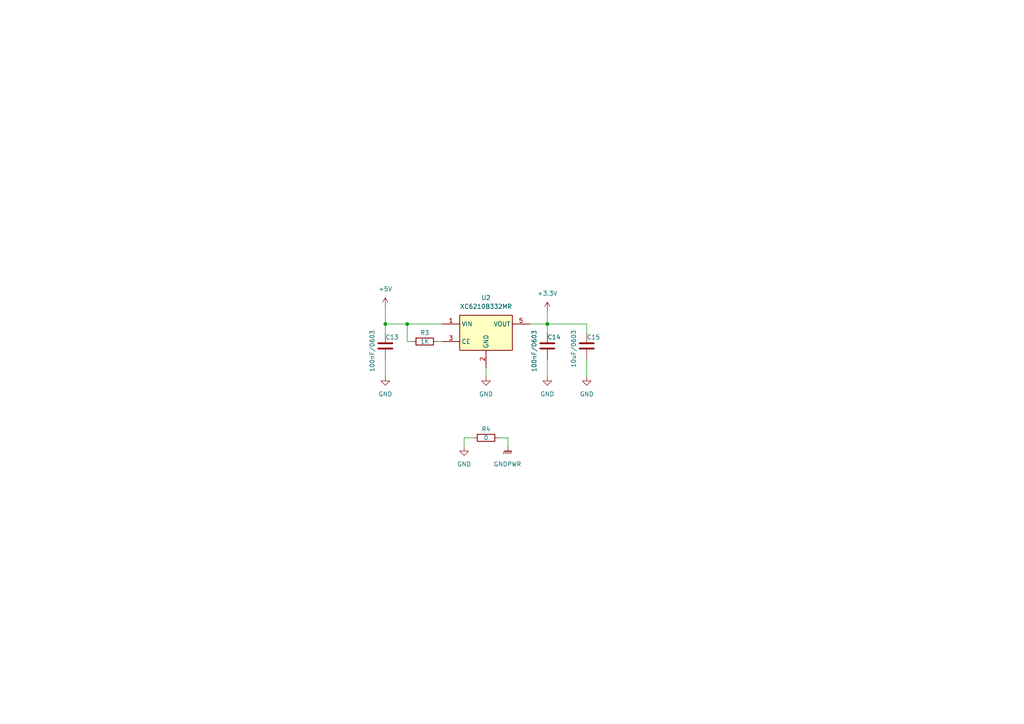
<source format=kicad_sch>
(kicad_sch (version 20250114) (generator "eeschema") (generator_version "9.0")
  (paper "A4")
  (lib_symbols
    (symbol "Device:C" (pin_numbers (hide yes)) (pin_names (offset 0.254))
      (property "Reference" "C" (at 0.635 2.54 0))
      (property "Value" "C" (at 0.635 -2.54 0))
      (symbol "C_0_1"
        (polyline (pts (xy -2.032 0.762) (xy 2.032 0.762)) (stroke (width 0.508)))
        (polyline (pts (xy -2.032 -0.762) (xy 2.032 -0.762)) (stroke (width 0.508)))
      )
      (symbol "C_1_1"
        (pin passive line (at 0 3.81 270) (length 2.794) (name "~") (number "1"))
        (pin passive line (at 0 -3.81 90) (length 2.794) (name "~") (number "2"))
      )
    )
    (symbol "Device:R" (pin_numbers (hide yes)) (pin_names (offset 0))
      (property "Reference" "R" (at 2.032 0 90))
      (property "Value" "R" (at 0 0 90))
      (symbol "R_0_1"
        (rectangle (start -1.016 -2.54) (end 1.016 2.54) (stroke (width 0.254)))
      )
      (symbol "R_1_1"
        (pin passive line (at 0 3.81 270) (length 1.27) (name "~") (number "1"))
        (pin passive line (at 0 -3.81 90) (length 1.27) (name "~") (number "2"))
      )
    )
    (symbol "Regulator_Linear:XC6210B332MR"
      (property "Reference" "U" (at 0 8.89 0))
      (property "Value" "XC6210B332MR" (at 0 6.35 0))
      (symbol "XC6210B332MR_0_1"
        (rectangle (start -7.62 5.08) (end 7.62 -5.08) (stroke (width 0.254)) (fill (type background)))
      )
      (symbol "XC6210B332MR_1_1"
        (pin power_in line (at -12.7 2.54 0) (length 5.08) (name "VIN") (number "1"))
        (pin input line (at -12.7 -2.54 0) (length 5.08) (name "CE") (number "3"))
        (pin power_in line (at 0 -10.16 90) (length 5.08) (name "GND") (number "2"))
        (pin power_out line (at 12.7 2.54 180) (length 5.08) (name "VOUT") (number "5"))
        (pin no_connect line (at 12.7 -2.54 180) (length 5.08) (hide yes) (name "NC") (number "4"))
      )
    )
    (symbol "power:+3.3V" (power) (pin_names (offset 0))
      (property "Value" "+3.3V" (at 0 3.556 0))
      (symbol "+3.3V_0_1"
        (polyline (pts (xy -0.762 1.27) (xy 0 2.54)))
        (polyline (pts (xy 0 2.54) (xy 0.762 1.27)))
        (polyline (pts (xy 0 0) (xy 0 2.54)))
      )
      (symbol "+3.3V_1_1"
        (pin power_in line (at 0 0 90) (length 0) (hide yes) (name "+3.3V") (number "1"))
      )
    )
    (symbol "power:+5V" (power) (pin_names (offset 0))
      (property "Value" "+5V" (at 0 3.556 0))
      (symbol "+5V_0_1"
        (polyline (pts (xy -0.762 1.27) (xy 0 2.54)))
        (polyline (pts (xy 0 2.54) (xy 0.762 1.27)))
        (polyline (pts (xy 0 0) (xy 0 2.54)))
      )
      (symbol "+5V_1_1"
        (pin power_in line (at 0 0 90) (length 0) (hide yes) (name "+5V") (number "1"))
      )
    )
    (symbol "power:GND" (power) (pin_names (offset 0))
      (property "Value" "GND" (at 0 -3.81 0))
      (symbol "GND_0_1"
        (polyline (pts (xy 0 0) (xy 0 -1.27) (xy 1.27 -1.27) (xy 0 -2.54) (xy -1.27 -1.27) (xy 0 -1.27)))
      )
      (symbol "GND_1_1"
        (pin power_in line (at 0 0 270) (length 0) (hide yes) (name "GND") (number "1"))
      )
    )
    (symbol "power:GNDPWR" (power) (pin_names (offset 0))
      (property "Value" "GNDPWR" (at 0 -3.302 0))
      (symbol "GNDPWR_0_1"
        (polyline (pts (xy -1.016 -1.27) (xy -1.27 -2.032) (xy -1.27 -2.032)) (stroke (width 0.2032)))
        (polyline (pts (xy -0.508 -1.27) (xy -0.762 -2.032) (xy -0.762 -2.032)) (stroke (width 0.2032)))
        (polyline (pts (xy 0 -1.27) (xy 0 0)))
        (polyline (pts (xy 0 -1.27) (xy -0.254 -2.032) (xy -0.254 -2.032)) (stroke (width 0.2032)))
        (polyline (pts (xy 0.508 -1.27) (xy 0.254 -2.032) (xy 0.254 -2.032)) (stroke (width 0.2032)))
        (polyline (pts (xy 1.016 -1.27) (xy -1.016 -1.27) (xy -1.016 -1.27)) (stroke (width 0.2032)))
        (polyline (pts (xy 1.016 -1.27) (xy 0.762 -2.032) (xy 0.762 -2.032) (xy 0.762 -2.032)) (stroke (width 0.2032)))
      )
      (symbol "GNDPWR_1_1"
        (pin power_in line (at 0 0 270) (length 0) (hide yes) (name "GNDPWR") (number "1"))
      )
    )
  )
  (junction (at 158.75 93.98))
  (junction (at 111.76 93.98))
  (junction (at 118.11 93.98))
  (wire (pts (xy 111.76 93.98) (xy 111.76 96.52)))
  (wire (pts (xy 119.38 99.06) (xy 118.11 99.06)))
  (wire (pts (xy 118.11 93.98) (xy 128.27 93.98)))
  (wire (pts (xy 158.75 90.17) (xy 158.75 93.98)))
  (wire (pts (xy 118.11 99.06) (xy 118.11 93.98)))
  (wire (pts (xy 158.75 93.98) (xy 153.67 93.98)))
  (wire (pts (xy 144.78 127) (xy 147.32 127)))
  (wire (pts (xy 134.62 129.54) (xy 134.62 127)))
  (wire (pts (xy 170.18 93.98) (xy 170.18 96.52)))
  (wire (pts (xy 111.76 93.98) (xy 118.11 93.98)))
  (wire (pts (xy 127 99.06) (xy 128.27 99.06)))
  (wire (pts (xy 158.75 93.98) (xy 158.75 96.52)))
  (wire (pts (xy 140.97 106.68) (xy 140.97 109.22)))
  (wire (pts (xy 134.62 127) (xy 137.16 127)))
  (wire (pts (xy 170.18 104.14) (xy 170.18 109.22)))
  (wire (pts (xy 158.75 104.14) (xy 158.75 109.22)))
  (wire (pts (xy 147.32 127) (xy 147.32 129.54)))
  (wire (pts (xy 111.76 88.9) (xy 111.76 93.98)))
  (wire (pts (xy 111.76 104.14) (xy 111.76 109.22)))
  (wire (pts (xy 158.75 93.98) (xy 170.18 93.98)))
  (symbol (lib_id "power:GNDPWR") (at 147.32 129.54 0) (unit 1)
    (property "Reference" "#PWR0134" (effects (hide yes)))
    (property "Value" "GNDPWR" (at 147.193 134.62 0))
  )
  (symbol (lib_id "Device:R") (at 140.97 127 90) (unit 1)
    (property "Reference" "R4" (at 140.97 124.46 90))
    (property "Value" "0" (at 140.97 127 90))
    (property "Footprint" "Resistor_SMD:R_0603_1608Metric" (effects (hide yes)))
  )
  (symbol (lib_id "power:GND") (at 170.18 109.22 0) (unit 1)
    (property "Reference" "#PWR0137" (effects (hide yes)))
    (property "Value" "GND" (at 170.18 114.3 0))
  )
  (symbol (lib_id "power:GND") (at 140.97 109.22 0) (unit 1)
    (property "Reference" "#PWR0132" (effects (hide yes)))
    (property "Value" "GND" (at 140.97 114.3 0))
  )
  (symbol (lib_id "power:GND") (at 134.62 129.54 0) (unit 1)
    (property "Reference" "#PWR0135" (effects (hide yes)))
    (property "Value" "GND" (at 134.62 134.62 0))
  )
  (symbol (lib_id "Device:C") (at 170.18 100.33 180) (unit 1)
    (property "Reference" "C15" (at 170.18 97.79 0) (effects (justify right)))
    (property "Value" "10uF/0603" (at 166.37 106.68 90) (effects (justify right)))
    (property "Footprint" "Capacitor_SMD:C_0603_1608Metric" (effects (hide yes)))
  )
  (symbol (lib_id "power:+3.3V") (at 158.75 90.17 0) (unit 1)
    (property "Reference" "#PWR0133" (effects (hide yes)))
    (property "Value" "+3.3V" (at 158.75 85.09 0))
  )
  (symbol (lib_id "power:+5V") (at 111.76 88.9 0) (unit 1)
    (property "Reference" "#PWR0138" (effects (hide yes)))
    (property "Value" "+5V" (at 111.76 83.82 0))
  )
  (symbol (lib_id "power:GND") (at 158.75 109.22 0) (unit 1)
    (property "Reference" "#PWR0136" (effects (hide yes)))
    (property "Value" "GND" (at 158.75 114.3 0))
  )
  (symbol (lib_id "Device:C") (at 158.75 100.33 180) (unit 1)
    (property "Reference" "C14" (at 158.75 97.79 0) (effects (justify right)))
    (property "Value" "100nF/0603" (at 154.94 107.95 90) (effects (justify right)))
    (property "Footprint" "Capacitor_SMD:C_0603_1608Metric" (effects (hide yes)))
  )
  (symbol (lib_id "Device:C") (at 111.76 100.33 180) (unit 1)
    (property "Reference" "C13" (at 111.76 97.79 0) (effects (justify right)))
    (property "Value" "100nF/0603" (at 107.95 107.95 90) (effects (justify right)))
    (property "Footprint" "Capacitor_SMD:C_0603_1608Metric" (effects (hide yes)))
  )
  (symbol (lib_id "power:GND") (at 111.76 109.22 0) (unit 1)
    (property "Reference" "#PWR0131" (effects (hide yes)))
    (property "Value" "GND" (at 111.76 114.3 0))
  )
  (symbol (lib_id "Regulator_Linear:XC6210B332MR") (at 140.97 96.52 0) (unit 1)
    (property "Reference" "U2" (at 140.97 86.36 0))
    (property "Value" "XC6210B332MR" (at 140.97 88.9 0))
    (property "Footprint" "Package_TO_SOT_SMD:SOT-23-5" (effects (hide yes)))
    (property "Datasheet" "https://www.torexsemi.com/file/xc6210/XC6210.pdf" (effects (hide yes)))
  )
  (symbol (lib_id "Device:R") (at 123.19 99.06 90) (unit 1)
    (property "Reference" "R3" (at 123.19 96.52 90))
    (property "Value" "1K" (at 123.19 99.06 90))
    (property "Footprint" "Resistor_SMD:R_0603_1608Metric" (effects (hide yes)))
  )
)
</source>
